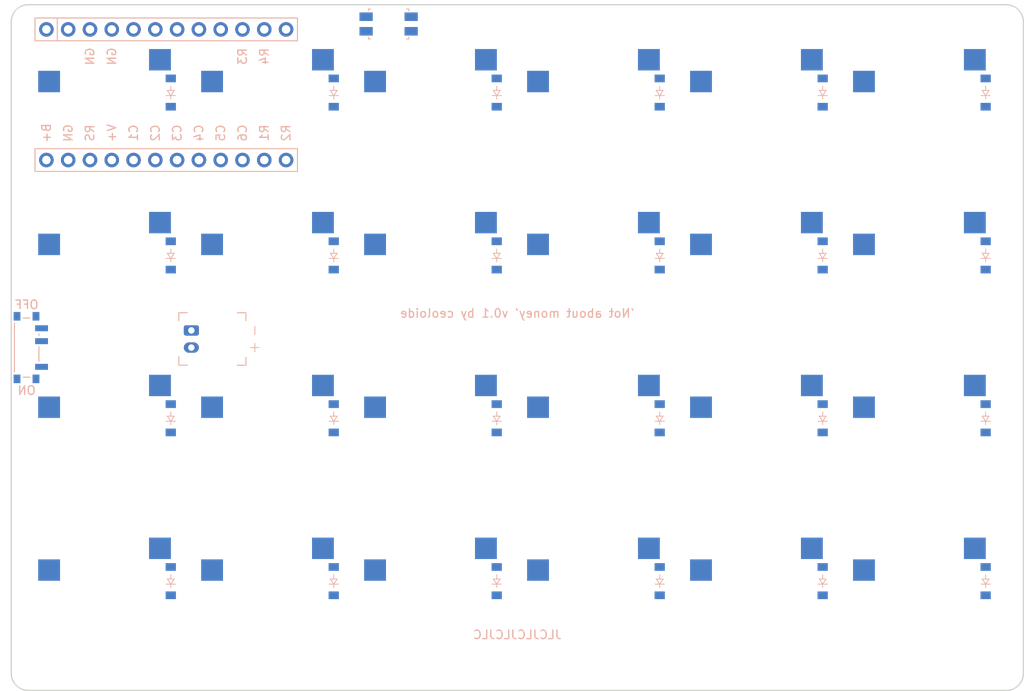
<source format=kicad_pcb>
(kicad_pcb (version 20240108) (generator "ergogen") (generator_version "4.1.0")
  (title_block (title "not_about_money") (date "2024-11-12") (rev "v1.0.0") (company "Unknown"))
  (layers (0 "F.Cu" signal) (31 "B.Cu" signal) (34 "B.Paste" user) (35 "F.Paste" user) (36 "B.SilkS" user "B.Silkscreen") (37 "F.SilkS" user "F.Silkscreen") (38 "B.Mask" user) (39 "F.Mask" user) (44 "Edge.Cuts" user))
  (net 0 "")
  (net 1 "C1")
  (net 2 "c1_r4")
  (net 3 "c1_r3")
  (net 4 "c1_r2")
  (net 5 "c1_r1")
  (net 6 "C2")
  (net 7 "c2_r4")
  (net 8 "c2_r3")
  (net 9 "c2_r2")
  (net 10 "c2_r1")
  (net 11 "C3")
  (net 12 "c3_r4")
  (net 13 "c3_r3")
  (net 14 "c3_r2")
  (net 15 "c3_r1")
  (net 16 "C4")
  (net 17 "c4_r4")
  (net 18 "c4_r3")
  (net 19 "c4_r2")
  (net 20 "c4_r1")
  (net 21 "C5")
  (net 22 "c5_r4")
  (net 23 "c5_r3")
  (net 24 "c5_r2")
  (net 25 "c5_r1")
  (net 26 "C6")
  (net 27 "c6_r4")
  (net 28 "c6_r3")
  (net 29 "c6_r2")
  (net 30 "c6_r1")
  (net 31 "R4")
  (net 32 "R3")
  (net 33 "R2")
  (net 34 "R1")
  (net 35 "RAW")
  (net 36 "GND")
  (net 37 "RST")
  (net 38 "VCC")
  (net 39 "P1")
  (net 40 "P0")
  (net 41 "P2")
  (net 42 "P3")
  (net 43 "P4")
  (net 44 "P5")
  (net 45 "P6")
  (net 46 "P9")
  (net 47 "P101")
  (net 48 "P102")
  (net 49 "P107")
  (net 50 "MCU1_24")
  (net 51 "MCU1_1")
  (net 52 "MCU1_23")
  (net 53 "MCU1_2")
  (net 54 "MCU1_22")
  (net 55 "MCU1_3")
  (net 56 "MCU1_21")
  (net 57 "MCU1_4")
  (net 58 "MCU1_20")
  (net 59 "MCU1_5")
  (net 60 "MCU1_19")
  (net 61 "MCU1_6")
  (net 62 "MCU1_18")
  (net 63 "MCU1_7")
  (net 64 "MCU1_17")
  (net 65 "MCU1_8")
  (net 66 "MCU1_16")
  (net 67 "MCU1_9")
  (net 68 "MCU1_15")
  (net 69 "MCU1_10")
  (net 70 "MCU1_14")
  (net 71 "MCU1_11")
  (net 72 "MCU1_13")
  (net 73 "MCU1_12")
  (net 74 "BAT_P")
  (net 75 "JST1_1")
  (net 76 "JST1_2")
  (footprint "ceoloide:mounting_hole_npth" (layer "F.Cu") (at 128.5 52.5 0)
    (property "Reference" "MH1" hide)
    (pad "" np_thru_hole circle (at 0 0 0) (size 2.2 2.2) (drill 2.2) (layers "*.Cu" "*.Mask"))
  )
  (footprint "ceoloide:mounting_hole_npth" (layer "F.Cu") (at 185.5 52.5 0)
    (property "Reference" "MH2" hide)
    (pad "" np_thru_hole circle (at 0 0 0) (size 2.2 2.2) (drill 2.2) (layers "*.Cu" "*.Mask"))
  )
  (footprint "ceoloide:mounting_hole_npth" (layer "F.Cu") (at 185.5 90.5 0)
    (property "Reference" "MH3" hide)
    (pad "" np_thru_hole circle (at 0 0 0) (size 2.2 2.2) (drill 2.2) (layers "*.Cu" "*.Mask"))
  )
  (footprint "ceoloide:mounting_hole_npth" (layer "F.Cu") (at 109.5 90.5 0)
    (property "Reference" "MH4" hide)
    (pad "" np_thru_hole circle (at 0 0 0) (size 2.2 2.2) (drill 2.2) (layers "*.Cu" "*.Mask"))
  )
  (footprint "ceoloide:mounting_hole_npth" (layer "F.Cu") (at 147.5 71.5 0)
    (property "Reference" "MH5" hide)
    (pad "" np_thru_hole circle (at 0 0 0) (size 2.2 2.2) (drill 2.2) (layers "*.Cu" "*.Mask"))
  )
  (footprint "ceoloide:switch_mx" (layer "B.Cu") (at 100 100 0)
    (property "Reference" "S1" hide)
    (pad "" np_thru_hole circle (at 0 0 90) (size 4.1 4.1) (drill 4.1) (layers "*.Cu" "*.Mask"))
    (pad "" np_thru_hole circle (at 5.08 0 180) (size 1.9 1.9) (drill 1.9) (layers "*.Cu" "*.Mask"))
    (pad "" np_thru_hole circle (at -5.08 0 180) (size 1.9 1.9) (drill 1.9) (layers "*.Cu" "*.Mask"))
    (pad "" np_thru_hole circle (at 2.54 -5.08 180) (size 3 3) (drill 3) (layers "F&B.Cu" "*.Mask"))
    (pad "" np_thru_hole circle (at -3.81 -2.54 180) (size 3 3) (drill 3) (layers "F&B.Cu" "*.Mask"))
    (pad "1" smd rect (at -7.085 -2.54 0) (size 2.55 2.5) (layers "B.Cu" "B.Paste" "B.Mask") (net 1 "C1"))
    (pad "2" smd rect (at 5.842 -5.08 0) (size 2.55 2.5) (layers "B.Cu" "B.Paste" "B.Mask") (net 2 "c1_r4"))
  )
  (footprint "ceoloide:switch_mx" (layer "B.Cu") (at 100 81 0)
    (property "Reference" "S2" hide)
    (pad "" np_thru_hole circle (at 0 0 90) (size 4.1 4.1) (drill 4.1) (layers "*.Cu" "*.Mask"))
    (pad "" np_thru_hole circle (at 5.08 0 180) (size 1.9 1.9) (drill 1.9) (layers "*.Cu" "*.Mask"))
    (pad "" np_thru_hole circle (at -5.08 0 180) (size 1.9 1.9) (drill 1.9) (layers "*.Cu" "*.Mask"))
    (pad "" np_thru_hole circle (at 2.54 -5.08 180) (size 3 3) (drill 3) (layers "F&B.Cu" "*.Mask"))
    (pad "" np_thru_hole circle (at -3.81 -2.54 180) (size 3 3) (drill 3) (layers "F&B.Cu" "*.Mask"))
    (pad "1" smd rect (at -7.085 -2.54 0) (size 2.55 2.5) (layers "B.Cu" "B.Paste" "B.Mask") (net 1 "C1"))
    (pad "2" smd rect (at 5.842 -5.08 0) (size 2.55 2.5) (layers "B.Cu" "B.Paste" "B.Mask") (net 3 "c1_r3"))
  )
  (footprint "ceoloide:switch_mx" (layer "B.Cu") (at 100 62 0)
    (property "Reference" "S3" hide)
    (pad "" np_thru_hole circle (at 0 0 90) (size 4.1 4.1) (drill 4.1) (layers "*.Cu" "*.Mask"))
    (pad "" np_thru_hole circle (at 5.08 0 180) (size 1.9 1.9) (drill 1.9) (layers "*.Cu" "*.Mask"))
    (pad "" np_thru_hole circle (at -5.08 0 180) (size 1.9 1.9) (drill 1.9) (layers "*.Cu" "*.Mask"))
    (pad "" np_thru_hole circle (at 2.54 -5.08 180) (size 3 3) (drill 3) (layers "F&B.Cu" "*.Mask"))
    (pad "" np_thru_hole circle (at -3.81 -2.54 180) (size 3 3) (drill 3) (layers "F&B.Cu" "*.Mask"))
    (pad "1" smd rect (at -7.085 -2.54 0) (size 2.55 2.5) (layers "B.Cu" "B.Paste" "B.Mask") (net 1 "C1"))
    (pad "2" smd rect (at 5.842 -5.08 0) (size 2.55 2.5) (layers "B.Cu" "B.Paste" "B.Mask") (net 4 "c1_r2"))
  )
  (footprint "ceoloide:switch_mx" (layer "B.Cu") (at 100 43 0)
    (property "Reference" "S4" hide)
    (pad "" np_thru_hole circle (at 0 0 90) (size 4.1 4.1) (drill 4.1) (layers "*.Cu" "*.Mask"))
    (pad "" np_thru_hole circle (at 5.08 0 180) (size 1.9 1.9) (drill 1.9) (layers "*.Cu" "*.Mask"))
    (pad "" np_thru_hole circle (at -5.08 0 180) (size 1.9 1.9) (drill 1.9) (layers "*.Cu" "*.Mask"))
    (pad "" np_thru_hole circle (at 2.54 -5.08 180) (size 3 3) (drill 3) (layers "F&B.Cu" "*.Mask"))
    (pad "" np_thru_hole circle (at -3.81 -2.54 180) (size 3 3) (drill 3) (layers "F&B.Cu" "*.Mask"))
    (pad "1" smd rect (at -7.085 -2.54 0) (size 2.55 2.5) (layers "B.Cu" "B.Paste" "B.Mask") (net 1 "C1"))
    (pad "2" smd rect (at 5.842 -5.08 0) (size 2.55 2.5) (layers "B.Cu" "B.Paste" "B.Mask") (net 5 "c1_r1"))
  )
  (footprint "ceoloide:switch_mx" (layer "B.Cu") (at 119 100 0)
    (property "Reference" "S5" hide)
    (pad "" np_thru_hole circle (at 0 0 90) (size 4.1 4.1) (drill 4.1) (layers "*.Cu" "*.Mask"))
    (pad "" np_thru_hole circle (at 5.08 0 180) (size 1.9 1.9) (drill 1.9) (layers "*.Cu" "*.Mask"))
    (pad "" np_thru_hole circle (at -5.08 0 180) (size 1.9 1.9) (drill 1.9) (layers "*.Cu" "*.Mask"))
    (pad "" np_thru_hole circle (at 2.54 -5.08 180) (size 3 3) (drill 3) (layers "F&B.Cu" "*.Mask"))
    (pad "" np_thru_hole circle (at -3.81 -2.54 180) (size 3 3) (drill 3) (layers "F&B.Cu" "*.Mask"))
    (pad "1" smd rect (at -7.085 -2.54 0) (size 2.55 2.5) (layers "B.Cu" "B.Paste" "B.Mask") (net 6 "C2"))
    (pad "2" smd rect (at 5.842 -5.08 0) (size 2.55 2.5) (layers "B.Cu" "B.Paste" "B.Mask") (net 7 "c2_r4"))
  )
  (footprint "ceoloide:switch_mx" (layer "B.Cu") (at 119 81 0)
    (property "Reference" "S6" hide)
    (pad "" np_thru_hole circle (at 0 0 90) (size 4.1 4.1) (drill 4.1) (layers "*.Cu" "*.Mask"))
    (pad "" np_thru_hole circle (at 5.08 0 180) (size 1.9 1.9) (drill 1.9) (layers "*.Cu" "*.Mask"))
    (pad "" np_thru_hole circle (at -5.08 0 180) (size 1.9 1.9) (drill 1.9) (layers "*.Cu" "*.Mask"))
    (pad "" np_thru_hole circle (at 2.54 -5.08 180) (size 3 3) (drill 3) (layers "F&B.Cu" "*.Mask"))
    (pad "" np_thru_hole circle (at -3.81 -2.54 180) (size 3 3) (drill 3) (layers "F&B.Cu" "*.Mask"))
    (pad "1" smd rect (at -7.085 -2.54 0) (size 2.55 2.5) (layers "B.Cu" "B.Paste" "B.Mask") (net 6 "C2"))
    (pad "2" smd rect (at 5.842 -5.08 0) (size 2.55 2.5) (layers "B.Cu" "B.Paste" "B.Mask") (net 8 "c2_r3"))
  )
  (footprint "ceoloide:switch_mx" (layer "B.Cu") (at 119 62 0)
    (property "Reference" "S7" hide)
    (pad "" np_thru_hole circle (at 0 0 90) (size 4.1 4.1) (drill 4.1) (layers "*.Cu" "*.Mask"))
    (pad "" np_thru_hole circle (at 5.08 0 180) (size 1.9 1.9) (drill 1.9) (layers "*.Cu" "*.Mask"))
    (pad "" np_thru_hole circle (at -5.08 0 180) (size 1.9 1.9) (drill 1.9) (layers "*.Cu" "*.Mask"))
    (pad "" np_thru_hole circle (at 2.54 -5.08 180) (size 3 3) (drill 3) (layers "F&B.Cu" "*.Mask"))
    (pad "" np_thru_hole circle (at -3.81 -2.54 180) (size 3 3) (drill 3) (layers "F&B.Cu" "*.Mask"))
    (pad "1" smd rect (at -7.085 -2.54 0) (size 2.55 2.5) (layers "B.Cu" "B.Paste" "B.Mask") (net 6 "C2"))
    (pad "2" smd rect (at 5.842 -5.08 0) (size 2.55 2.5) (layers "B.Cu" "B.Paste" "B.Mask") (net 9 "c2_r2"))
  )
  (footprint "ceoloide:switch_mx" (layer "B.Cu") (at 119 43 0)
    (property "Reference" "S8" hide)
    (pad "" np_thru_hole circle (at 0 0 90) (size 4.1 4.1) (drill 4.1) (layers "*.Cu" "*.Mask"))
    (pad "" np_thru_hole circle (at 5.08 0 180) (size 1.9 1.9) (drill 1.9) (layers "*.Cu" "*.Mask"))
    (pad "" np_thru_hole circle (at -5.08 0 180) (size 1.9 1.9) (drill 1.9) (layers "*.Cu" "*.Mask"))
    (pad "" np_thru_hole circle (at 2.54 -5.08 180) (size 3 3) (drill 3) (layers "F&B.Cu" "*.Mask"))
    (pad "" np_thru_hole circle (at -3.81 -2.54 180) (size 3 3) (drill 3) (layers "F&B.Cu" "*.Mask"))
    (pad "1" smd rect (at -7.085 -2.54 0) (size 2.55 2.5) (layers "B.Cu" "B.Paste" "B.Mask") (net 6 "C2"))
    (pad "2" smd rect (at 5.842 -5.08 0) (size 2.55 2.5) (layers "B.Cu" "B.Paste" "B.Mask") (net 10 "c2_r1"))
  )
  (footprint "ceoloide:switch_mx" (layer "B.Cu") (at 138 100 0)
    (property "Reference" "S9" hide)
    (pad "" np_thru_hole circle (at 0 0 90) (size 4.1 4.1) (drill 4.1) (layers "*.Cu" "*.Mask"))
    (pad "" np_thru_hole circle (at 5.08 0 180) (size 1.9 1.9) (drill 1.9) (layers "*.Cu" "*.Mask"))
    (pad "" np_thru_hole circle (at -5.08 0 180) (size 1.9 1.9) (drill 1.9) (layers "*.Cu" "*.Mask"))
    (pad "" np_thru_hole circle (at 2.54 -5.08 180) (size 3 3) (drill 3) (layers "F&B.Cu" "*.Mask"))
    (pad "" np_thru_hole circle (at -3.81 -2.54 180) (size 3 3) (drill 3) (layers "F&B.Cu" "*.Mask"))
    (pad "1" smd rect (at -7.085 -2.54 0) (size 2.55 2.5) (layers "B.Cu" "B.Paste" "B.Mask") (net 11 "C3"))
    (pad "2" smd rect (at 5.842 -5.08 0) (size 2.55 2.5) (layers "B.Cu" "B.Paste" "B.Mask") (net 12 "c3_r4"))
  )
  (footprint "ceoloide:switch_mx" (layer "B.Cu") (at 138 81 0)
    (property "Reference" "S10" hide)
    (pad "" np_thru_hole circle (at 0 0 90) (size 4.1 4.1) (drill 4.1) (layers "*.Cu" "*.Mask"))
    (pad "" np_thru_hole circle (at 5.08 0 180) (size 1.9 1.9) (drill 1.9) (layers "*.Cu" "*.Mask"))
    (pad "" np_thru_hole circle (at -5.08 0 180) (size 1.9 1.9) (drill 1.9) (layers "*.Cu" "*.Mask"))
    (pad "" np_thru_hole circle (at 2.54 -5.08 180) (size 3 3) (drill 3) (layers "F&B.Cu" "*.Mask"))
    (pad "" np_thru_hole circle (at -3.81 -2.54 180) (size 3 3) (drill 3) (layers "F&B.Cu" "*.Mask"))
    (pad "1" smd rect (at -7.085 -2.54 0) (size 2.55 2.5) (layers "B.Cu" "B.Paste" "B.Mask") (net 11 "C3"))
    (pad "2" smd rect (at 5.842 -5.08 0) (size 2.55 2.5) (layers "B.Cu" "B.Paste" "B.Mask") (net 13 "c3_r3"))
  )
  (footprint "ceoloide:switch_mx" (layer "B.Cu") (at 138 62 0)
    (property "Reference" "S11" hide)
    (pad "" np_thru_hole circle (at 0 0 90) (size 4.1 4.1) (drill 4.1) (layers "*.Cu" "*.Mask"))
    (pad "" np_thru_hole circle (at 5.08 0 180) (size 1.9 1.9) (drill 1.9) (layers "*.Cu" "*.Mask"))
    (pad "" np_thru_hole circle (at -5.08 0 180) (size 1.9 1.9) (drill 1.9) (layers "*.Cu" "*.Mask"))
    (pad "" np_thru_hole circle (at 2.54 -5.08 180) (size 3 3) (drill 3) (layers "F&B.Cu" "*.Mask"))
    (pad "" np_thru_hole circle (at -3.81 -2.54 180) (size 3 3) (drill 3) (layers "F&B.Cu" "*.Mask"))
    (pad "1" smd rect (at -7.085 -2.54 0) (size 2.55 2.5) (layers "B.Cu" "B.Paste" "B.Mask") (net 11 "C3"))
    (pad "2" smd rect (at 5.842 -5.08 0) (size 2.55 2.5) (layers "B.Cu" "B.Paste" "B.Mask") (net 14 "c3_r2"))
  )
  (footprint "ceoloide:switch_mx" (layer "B.Cu") (at 138 43 0)
    (property "Reference" "S12" hide)
    (pad "" np_thru_hole circle (at 0 0 90) (size 4.1 4.1) (drill 4.1) (layers "*.Cu" "*.Mask"))
    (pad "" np_thru_hole circle (at 5.08 0 180) (size 1.9 1.9) (drill 1.9) (layers "*.Cu" "*.Mask"))
    (pad "" np_thru_hole circle (at -5.08 0 180) (size 1.9 1.9) (drill 1.9) (layers "*.Cu" "*.Mask"))
    (pad "" np_thru_hole circle (at 2.54 -5.08 180) (size 3 3) (drill 3) (layers "F&B.Cu" "*.Mask"))
    (pad "" np_thru_hole circle (at -3.81 -2.54 180) (size 3 3) (drill 3) (layers "F&B.Cu" "*.Mask"))
    (pad "1" smd rect (at -7.085 -2.54 0) (size 2.55 2.5) (layers "B.Cu" "B.Paste" "B.Mask") (net 11 "C3"))
    (pad "2" smd rect (at 5.842 -5.08 0) (size 2.55 2.5) (layers "B.Cu" "B.Paste" "B.Mask") (net 15 "c3_r1"))
  )
  (footprint "ceoloide:switch_mx" (layer "B.Cu") (at 157 100 0)
    (property "Reference" "S13" hide)
    (pad "" np_thru_hole circle (at 0 0 90) (size 4.1 4.1) (drill 4.1) (layers "*.Cu" "*.Mask"))
    (pad "" np_thru_hole circle (at 5.08 0 180) (size 1.9 1.9) (drill 1.9) (layers "*.Cu" "*.Mask"))
    (pad "" np_thru_hole circle (at -5.08 0 180) (size 1.9 1.9) (drill 1.9) (layers "*.Cu" "*.Mask"))
    (pad "" np_thru_hole circle (at 2.54 -5.08 180) (size 3 3) (drill 3) (layers "F&B.Cu" "*.Mask"))
    (pad "" np_thru_hole circle (at -3.81 -2.54 180) (size 3 3) (drill 3) (layers "F&B.Cu" "*.Mask"))
    (pad "1" smd rect (at -7.085 -2.54 0) (size 2.55 2.5) (layers "B.Cu" "B.Paste" "B.Mask") (net 16 "C4"))
    (pad "2" smd rect (at 5.842 -5.08 0) (size 2.55 2.5) (layers "B.Cu" "B.Paste" "B.Mask") (net 17 "c4_r4"))
  )
  (footprint "ceoloide:switch_mx" (layer "B.Cu") (at 157 81 0)
    (property "Reference" "S14" hide)
    (pad "" np_thru_hole circle (at 0 0 90) (size 4.1 4.1) (drill 4.1) (layers "*.Cu" "*.Mask"))
    (pad "" np_thru_hole circle (at 5.08 0 180) (size 1.9 1.9) (drill 1.9) (layers "*.Cu" "*.Mask"))
    (pad "" np_thru_hole circle (at -5.08 0 180) (size 1.9 1.9) (drill 1.9) (layers "*.Cu" "*.Mask"))
    (pad "" np_thru_hole circle (at 2.54 -5.08 180) (size 3 3) (drill 3) (layers "F&B.Cu" "*.Mask"))
    (pad "" np_thru_hole circle (at -3.81 -2.54 180) (size 3 3) (drill 3) (layers "F&B.Cu" "*.Mask"))
    (pad "1" smd rect (at -7.085 -2.54 0) (size 2.55 2.5) (layers "B.Cu" "B.Paste" "B.Mask") (net 16 "C4"))
    (pad "2" smd rect (at 5.842 -5.08 0) (size 2.55 2.5) (layers "B.Cu" "B.Paste" "B.Mask") (net 18 "c4_r3"))
  )
  (footprint "ceoloide:switch_mx" (layer "B.Cu") (at 157 62 0)
    (property "Reference" "S15" hide)
    (pad "" np_thru_hole circle (at 0 0 90) (size 4.1 4.1) (drill 4.1) (layers "*.Cu" "*.Mask"))
    (pad "" np_thru_hole circle (at 5.08 0 180) (size 1.9 1.9) (drill 1.9) (layers "*.Cu" "*.Mask"))
    (pad "" np_thru_hole circle (at -5.08 0 180) (size 1.9 1.9) (drill 1.9) (layers "*.Cu" "*.Mask"))
    (pad "" np_thru_hole circle (at 2.54 -5.08 180) (size 3 3) (drill 3) (layers "F&B.Cu" "*.Mask"))
    (pad "" np_thru_hole circle (at -3.81 -2.54 180) (size 3 3) (drill 3) (layers "F&B.Cu" "*.Mask"))
    (pad "1" smd rect (at -7.085 -2.54 0) (size 2.55 2.5) (layers "B.Cu" "B.Paste" "B.Mask") (net 16 "C4"))
    (pad "2" smd rect (at 5.842 -5.08 0) (size 2.55 2.5) (layers "B.Cu" "B.Paste" "B.Mask") (net 19 "c4_r2"))
  )
  (footprint "ceoloide:switch_mx" (layer "B.Cu") (at 157 43 0)
    (property "Reference" "S16" hide)
    (pad "" np_thru_hole circle (at 0 0 90) (size 4.1 4.1) (drill 4.1) (layers "*.Cu" "*.Mask"))
    (pad "" np_thru_hole circle (at 5.08 0 180) (size 1.9 1.9) (drill 1.9) (layers "*.Cu" "*.Mask"))
    (pad "" np_thru_hole circle (at -5.08 0 180) (size 1.9 1.9) (drill 1.9) (layers "*.Cu" "*.Mask"))
    (pad "" np_thru_hole circle (at 2.54 -5.08 180) (size 3 3) (drill 3) (layers "F&B.Cu" "*.Mask"))
    (pad "" np_thru_hole circle (at -3.81 -2.54 180) (size 3 3) (drill 3) (layers "F&B.Cu" "*.Mask"))
    (pad "1" smd rect (at -7.085 -2.54 0) (size 2.55 2.5) (layers "B.Cu" "B.Paste" "B.Mask") (net 16 "C4"))
    (pad "2" smd rect (at 5.842 -5.08 0) (size 2.55 2.5) (layers "B.Cu" "B.Paste" "B.Mask") (net 20 "c4_r1"))
  )
  (footprint "ceoloide:switch_mx" (layer "B.Cu") (at 176 100 0)
    (property "Reference" "S17" hide)
    (pad "" np_thru_hole circle (at 0 0 90) (size 4.1 4.1) (drill 4.1) (layers "*.Cu" "*.Mask"))
    (pad "" np_thru_hole circle (at 5.08 0 180) (size 1.9 1.9) (drill 1.9) (layers "*.Cu" "*.Mask"))
    (pad "" np_thru_hole circle (at -5.08 0 180) (size 1.9 1.9) (drill 1.9) (layers "*.Cu" "*.Mask"))
    (pad "" np_thru_hole circle (at 2.54 -5.08 180) (size 3 3) (drill 3) (layers "F&B.Cu" "*.Mask"))
    (pad "" np_thru_hole circle (at -3.81 -2.54 180) (size 3 3) (drill 3) (layers "F&B.Cu" "*.Mask"))
    (pad "1" smd rect (at -7.085 -2.54 0) (size 2.55 2.5) (layers "B.Cu" "B.Paste" "B.Mask") (net 21 "C5"))
    (pad "2" smd rect (at 5.842 -5.08 0) (size 2.55 2.5) (layers "B.Cu" "B.Paste" "B.Mask") (net 22 "c5_r4"))
  )
  (footprint "ceoloide:switch_mx" (layer "B.Cu") (at 176 81 0)
    (property "Reference" "S18" hide)
    (pad "" np_thru_hole circle (at 0 0 90) (size 4.1 4.1) (drill 4.1) (layers "*.Cu" "*.Mask"))
    (pad "" np_thru_hole circle (at 5.08 0 180) (size 1.9 1.9) (drill 1.9) (layers "*.Cu" "*.Mask"))
    (pad "" np_thru_hole circle (at -5.08 0 180) (size 1.9 1.9) (drill 1.9) (layers "*.Cu" "*.Mask"))
    (pad "" np_thru_hole circle (at 2.54 -5.08 180) (size 3 3) (drill 3) (layers "F&B.Cu" "*.Mask"))
    (pad "" np_thru_hole circle (at -3.81 -2.54 180) (size 3 3) (drill 3) (layers "F&B.Cu" "*.Mask"))
    (pad "1" smd rect (at -7.085 -2.54 0) (size 2.55 2.5) (layers "B.Cu" "B.Paste" "B.Mask") (net 21 "C5"))
    (pad "2" smd rect (at 5.842 -5.08 0) (size 2.55 2.5) (layers "B.Cu" "B.Paste" "B.Mask") (net 23 "c5_r3"))
  )
  (footprint "ceoloide:switch_mx" (layer "B.Cu") (at 176 62 0)
    (property "Reference" "S19" hide)
    (pad "" np_thru_hole circle (at 0 0 90) (size 4.1 4.1) (drill 4.1) (layers "*.Cu" "*.Mask"))
    (pad "" np_thru_hole circle (at 5.08 0 180) (size 1.9 1.9) (drill 1.9) (layers "*.Cu" "*.Mask"))
    (pad "" np_thru_hole circle (at -5.08 0 180) (size 1.9 1.9) (drill 1.9) (layers "*.Cu" "*.Mask"))
    (pad "" np_thru_hole circle (at 2.54 -5.08 180) (size 3 3) (drill 3) (layers "F&B.Cu" "*.Mask"))
    (pad "" np_thru_hole circle (at -3.81 -2.54 180) (size 3 3) (drill 3) (layers "F&B.Cu" "*.Mask"))
    (pad "1" smd rect (at -7.085 -2.54 0) (size 2.55 2.5) (layers "B.Cu" "B.Paste" "B.Mask") (net 21 "C5"))
    (pad "2" smd rect (at 5.842 -5.08 0) (size 2.55 2.5) (layers "B.Cu" "B.Paste" "B.Mask") (net 24 "c5_r2"))
  )
  (footprint "ceoloide:switch_mx" (layer "B.Cu") (at 176 43 0)
    (property "Reference" "S20" hide)
    (pad "" np_thru_hole circle (at 0 0 90) (size 4.1 4.1) (drill 4.1) (layers "*.Cu" "*.Mask"))
    (pad "" np_thru_hole circle (at 5.08 0 180) (size 1.9 1.9) (drill 1.9) (layers "*.Cu" "*.Mask"))
    (pad "" np_thru_hole circle (at -5.08 0 180) (size 1.9 1.9) (drill 1.9) (layers "*.Cu" "*.Mask"))
    (pad "" np_thru_hole circle (at 2.54 -5.08 180) (size 3 3) (drill 3) (layers "F&B.Cu" "*.Mask"))
    (pad "" np_thru_hole circle (at -3.81 -2.54 180) (size 3 3) (drill 3) (layers "F&B.Cu" "*.Mask"))
    (pad "1" smd rect (at -7.085 -2.54 0) (size 2.55 2.5) (layers "B.Cu" "B.Paste" "B.Mask") (net 21 "C5"))
    (pad "2" smd rect (at 5.842 -5.08 0) (size 2.55 2.5) (layers "B.Cu" "B.Paste" "B.Mask") (net 25 "c5_r1"))
  )
  (footprint "ceoloide:switch_mx" (layer "B.Cu") (at 195 100 0)
    (property "Reference" "S21" hide)
    (pad "" np_thru_hole circle (at 0 0 90) (size 4.1 4.1) (drill 4.1) (layers "*.Cu" "*.Mask"))
    (pad "" np_thru_hole circle (at 5.08 0 180) (size 1.9 1.9) (drill 1.9) (layers "*.Cu" "*.Mask"))
    (pad "" np_thru_hole circle (at -5.08 0 180) (size 1.9 1.9) (drill 1.9) (layers "*.Cu" "*.Mask"))
    (pad "" np_thru_hole circle (at 2.54 -5.08 180) (size 3 3) (drill 3) (layers "F&B.Cu" "*.Mask"))
    (pad "" np_thru_hole circle (at -3.81 -2.54 180) (size 3 3) (drill 3) (layers "F&B.Cu" "*.Mask"))
    (pad "1" smd rect (at -7.085 -2.54 0) (size 2.55 2.5) (layers "B.Cu" "B.Paste" "B.Mask") (net 26 "C6"))
    (pad "2" smd rect (at 5.842 -5.08 0) (size 2.55 2.5) (layers "B.Cu" "B.Paste" "B.Mask") (net 27 "c6_r4"))
  )
  (footprint "ceoloide:switch_mx" (layer "B.Cu") (at 195 81 0)
    (property "Reference" "S22" hide)
    (pad "" np_thru_hole circle (at 0 0 90) (size 4.1 4.1) (drill 4.1) (layers "*.Cu" "*.Mask"))
    (pad "" np_thru_hole circle (at 5.08 0 180) (size 1.9 1.9) (drill 1.9) (layers "*.Cu" "*.Mask"))
    (pad "" np_thru_hole circle (at -5.08 0 180) (size 1.9 1.9) (drill 1.9) (layers "*.Cu" "*.Mask"))
    (pad "" np_thru_hole circle (at 2.54 -5.08 180) (size 3 3) (drill 3) (layers "F&B.Cu" "*.Mask"))
    (pad "" np_thru_hole circle (at -3.81 -2.54 180) (size 3 3) (drill 3) (layers "F&B.Cu" "*.Mask"))
    (pad "1" smd rect (at -7.085 -2.54 0) (size 2.55 2.5) (layers "B.Cu" "B.Paste" "B.Mask") (net 26 "C6"))
    (pad "2" smd rect (at 5.842 -5.08 0) (size 2.55 2.5) (layers "B.Cu" "B.Paste" "B.Mask") (net 28 "c6_r3"))
  )
  (footprint "ceoloide:switch_mx" (layer "B.Cu") (at 195 62 0)
    (property "Reference" "S23" hide)
    (pad "" np_thru_hole circle (at 0 0 90) (size 4.1 4.1) (drill 4.1) (layers "*.Cu" "*.Mask"))
    (pad "" np_thru_hole circle (at 5.08 0 180) (size 1.9 1.9) (drill 1.9) (layers "*.Cu" "*.Mask"))
    (pad "" np_thru_hole circle (at -5.08 0 180) (size 1.9 1.9) (drill 1.9) (layers "*.Cu" "*.Mask"))
    (pad "" np_thru_hole circle (at 2.54 -5.08 180) (size 3 3) (drill 3) (layers "F&B.Cu" "*.Mask"))
    (pad "" np_thru_hole circle (at -3.81 -2.54 180) (size 3 3) (drill 3) (layers "F&B.Cu" "*.Mask"))
    (pad "1" smd rect (at -7.085 -2.54 0) (size 2.55 2.5) (layers "B.Cu" "B.Paste" "B.Mask") (net 26 "C6"))
    (pad "2" smd rect (at 5.842 -5.08 0) (size 2.55 2.5) (layers "B.Cu" "B.Paste" "B.Mask") (net 29 "c6_r2"))
  )
  (footprint "ceoloide:switch_mx" (layer "B.Cu") (at 195 43 0)
    (property "Reference" "S24" hide)
    (pad "" np_thru_hole circle (at 0 0 90) (size 4.1 4.1) (drill 4.1) (layers "*.Cu" "*.Mask"))
    (pad "" np_thru_hole circle (at 5.08 0 180) (size 1.9 1.9) (drill 1.9) (layers "*.Cu" "*.Mask"))
    (pad "" np_thru_hole circle (at -5.08 0 180) (size 1.9 1.9) (drill 1.9) (layers "*.Cu" "*.Mask"))
    (pad "" np_thru_hole circle (at 2.54 -5.08 180) (size 3 3) (drill 3) (layers "F&B.Cu" "*.Mask"))
    (pad "" np_thru_hole circle (at -3.81 -2.54 180) (size 3 3) (drill 3) (layers "F&B.Cu" "*.Mask"))
    (pad "1" smd rect (at -7.085 -2.54 0) (size 2.55 2.5) (layers "B.Cu" "B.Paste" "B.Mask") (net 26 "C6"))
    (pad "2" smd rect (at 5.842 -5.08 0) (size 2.55 2.5) (layers "B.Cu" "B.Paste" "B.Mask") (net 30 "c6_r1"))
  )
  (footprint "ceoloide:diode_tht_sod123" (layer "B.Cu") (at 107.1 98.75 90)
    (property "Reference" "D1" hide)
    (pad "2" smd rect (at 1.65 0 90) (size 0.9 1.2) (layers "B.Cu" "B.Paste" "B.Mask") (net 2 "c1_r4"))
    (pad "1" smd rect (at -1.65 0 90) (size 0.9 1.2) (layers "B.Cu" "B.Paste" "B.Mask") (net 31 "R4"))
  )
  (footprint "ceoloide:diode_tht_sod123" (layer "B.Cu") (at 107.1 79.75 90)
    (property "Reference" "D2" hide)
    (pad "2" smd rect (at 1.65 0 90) (size 0.9 1.2) (layers "B.Cu" "B.Paste" "B.Mask") (net 3 "c1_r3"))
    (pad "1" smd rect (at -1.65 0 90) (size 0.9 1.2) (layers "B.Cu" "B.Paste" "B.Mask") (net 32 "R3"))
  )
  (footprint "ceoloide:diode_tht_sod123" (layer "B.Cu") (at 107.1 60.75 90)
    (property "Reference" "D3" hide)
    (pad "2" smd rect (at 1.65 0 90) (size 0.9 1.2) (layers "B.Cu" "B.Paste" "B.Mask") (net 4 "c1_r2"))
    (pad "1" smd rect (at -1.65 0 90) (size 0.9 1.2) (layers "B.Cu" "B.Paste" "B.Mask") (net 33 "R2"))
  )
  (footprint "ceoloide:diode_tht_sod123" (layer "B.Cu") (at 107.1 41.75 90)
    (property "Reference" "D4" hide)
    (pad "2" smd rect (at 1.65 0 90) (size 0.9 1.2) (layers "B.Cu" "B.Paste" "B.Mask") (net 5 "c1_r1"))
    (pad "1" smd rect (at -1.65 0 90) (size 0.9 1.2) (layers "B.Cu" "B.Paste" "B.Mask") (net 34 "R1"))
  )
  (footprint "ceoloide:diode_tht_sod123" (layer "B.Cu") (at 126.1 98.75 90)
    (property "Reference" "D5" hide)
    (pad "2" smd rect (at 1.65 0 90) (size 0.9 1.2) (layers "B.Cu" "B.Paste" "B.Mask") (net 7 "c2_r4"))
    (pad "1" smd rect (at -1.65 0 90) (size 0.9 1.2) (layers "B.Cu" "B.Paste" "B.Mask") (net 31 "R4"))
  )
  (footprint "ceoloide:diode_tht_sod123" (layer "B.Cu") (at 126.1 79.75 90)
    (property "Reference" "D6" hide)
    (pad "2" smd rect (at 1.65 0 90) (size 0.9 1.2) (layers "B.Cu" "B.Paste" "B.Mask") (net 8 "c2_r3"))
    (pad "1" smd rect (at -1.65 0 90) (size 0.9 1.2) (layers "B.Cu" "B.Paste" "B.Mask") (net 32 "R3"))
  )
  (footprint "ceoloide:diode_tht_sod123" (layer "B.Cu") (at 126.1 60.75 90)
    (property "Reference" "D7" hide)
    (pad "2" smd rect (at 1.65 0 90) (size 0.9 1.2) (layers "B.Cu" "B.Paste" "B.Mask") (net 9 "c2_r2"))
    (pad "1" smd rect (at -1.65 0 90) (size 0.9 1.2) (layers "B.Cu" "B.Paste" "B.Mask") (net 33 "R2"))
  )
  (footprint "ceoloide:diode_tht_sod123" (layer "B.Cu") (at 126.1 41.75 90)
    (property "Reference" "D8" hide)
    (pad "2" smd rect (at 1.65 0 90) (size 0.9 1.2) (layers "B.Cu" "B.Paste" "B.Mask") (net 10 "c2_r1"))
    (pad "1" smd rect (at -1.65 0 90) (size 0.9 1.2) (layers "B.Cu" "B.Paste" "B.Mask") (net 34 "R1"))
  )
  (footprint "ceoloide:diode_tht_sod123" (layer "B.Cu") (at 145.1 98.75 90)
    (property "Reference" "D9" hide)
    (pad "2" smd rect (at 1.65 0 90) (size 0.9 1.2) (layers "B.Cu" "B.Paste" "B.Mask") (net 12 "c3_r4"))
    (pad "1" smd rect (at -1.65 0 90) (size 0.9 1.2) (layers "B.Cu" "B.Paste" "B.Mask") (net 31 "R4"))
  )
  (footprint "ceoloide:diode_tht_sod123" (layer "B.Cu") (at 145.1 79.75 90)
    (property "Reference" "D10" hide)
    (pad "2" smd rect (at 1.65 0 90) (size 0.9 1.2) (layers "B.Cu" "B.Paste" "B.Mask") (net 13 "c3_r3"))
    (pad "1" smd rect (at -1.65 0 90) (size 0.9 1.2) (layers "B.Cu" "B.Paste" "B.Mask") (net 32 "R3"))
  )
  (footprint "ceoloide:diode_tht_sod123" (layer "B.Cu") (at 145.1 60.75 90)
    (property "Reference" "D11" hide)
    (pad "2" smd rect (at 1.65 0 90) (size 0.9 1.2) (layers "B.Cu" "B.Paste" "B.Mask") (net 14 "c3_r2"))
    (pad "1" smd rect (at -1.65 0 90) (size 0.9 1.2) (layers "B.Cu" "B.Paste" "B.Mask") (net 33 "R2"))
  )
  (footprint "ceoloide:diode_tht_sod123" (layer "B.Cu") (at 145.1 41.75 90)
    (property "Reference" "D12" hide)
    (pad "2" smd rect (at 1.65 0 90) (size 0.9 1.2) (layers "B.Cu" "B.Paste" "B.Mask") (net 15 "c3_r1"))
    (pad "1" smd rect (at -1.65 0 90) (size 0.9 1.2) (layers "B.Cu" "B.Paste" "B.Mask") (net 34 "R1"))
  )
  (footprint "ceoloide:diode_tht_sod123" (layer "B.Cu") (at 164.1 98.75 90)
    (property "Reference" "D13" hide)
    (pad "2" smd rect (at 1.65 0 90) (size 0.9 1.2) (layers "B.Cu" "B.Paste" "B.Mask") (net 17 "c4_r4"))
    (pad "1" smd rect (at -1.65 0 90) (size 0.9 1.2) (layers "B.Cu" "B.Paste" "B.Mask") (net 31 "R4"))
  )
  (footprint "ceoloide:diode_tht_sod123" (layer "B.Cu") (at 164.1 79.75 90)
    (property "Reference" "D14" hide)
    (pad "2" smd rect (at 1.65 0 90) (size 0.9 1.2) (layers "B.Cu" "B.Paste" "B.Mask") (net 18 "c4_r3"))
    (pad "1" smd rect (at -1.65 0 90) (size 0.9 1.2) (layers "B.Cu" "B.Paste" "B.Mask") (net 32 "R3"))
  )
  (footprint "ceoloide:diode_tht_sod123" (layer "B.Cu") (at 164.1 60.75 90)
    (property "Reference" "D15" hide)
    (pad "2" smd rect (at 1.65 0 90) (size 0.9 1.2) (layers "B.Cu" "B.Paste" "B.Mask") (net 19 "c4_r2"))
    (pad "1" smd rect (at -1.65 0 90) (size 0.9 1.2) (layers "B.Cu" "B.Paste" "B.Mask") (net 33 "R2"))
  )
  (footprint "ceoloide:diode_tht_sod123" (layer "B.Cu") (at 164.1 41.75 90)
    (property "Reference" "D16" hide)
    (pad "2" smd rect (at 1.65 0 90) (size 0.9 1.2) (layers "B.Cu" "B.Paste" "B.Mask") (net 20 "c4_r1"))
    (pad "1" smd rect (at -1.65 0 90) (size 0.9 1.2) (layers "B.Cu" "B.Paste" "B.Mask") (net 34 "R1"))
  )
  (footprint "ceoloide:diode_tht_sod123" (layer "B.Cu") (at 183.1 98.75 90)
    (property "Reference" "D17" hide)
    (pad "2" smd rect (at 1.65 0 90) (size 0.9 1.2) (layers "B.Cu" "B.Paste" "B.Mask") (net 22 "c5_r4"))
    (pad "1" smd rect (at -1.65 0 90) (size 0.9 1.2) (layers "B.Cu" "B.Paste" "B.Mask") (net 31 "R4"))
  )
  (footprint "ceoloide:diode_tht_sod123" (layer "B.Cu") (at 183.1 79.75 90)
    (property "Reference" "D18" hide)
    (pad "2" smd rect (at 1.65 0 90) (size 0.9 1.2) (layers "B.Cu" "B.Paste" "B.Mask") (net 23 "c5_r3"))
    (pad "1" smd rect (at -1.65 0 90) (size 0.9 1.2) (layers "B.Cu" "B.Paste" "B.Mask") (net 32 "R3"))
  )
  (footprint "ceoloide:diode_tht_sod123" (layer "B.Cu") (at 183.1 60.75 90)
    (property "Reference" "D19" hide)
    (pad "2" smd rect (at 1.65 0 90) (size 0.9 1.2) (layers "B.Cu" "B.Paste" "B.Mask") (net 24 "c5_r2"))
    (pad "1" smd rect (at -1.65 0 90) (size 0.9 1.2) (layers "B.Cu" "B.Paste" "B.Mask") (net 33 "R2"))
  )
  (footprint "ceoloide:diode_tht_sod123" (layer "B.Cu") (at 183.1 41.75 90)
    (property "Reference" "D20" hide)
    (pad "2" smd rect (at 1.65 0 90) (size 0.9 1.2) (layers "B.Cu" "B.Paste" "B.Mask") (net 25 "c5_r1"))
    (pad "1" smd rect (at -1.65 0 90) (size 0.9 1.2) (layers "B.Cu" "B.Paste" "B.Mask") (net 34 "R1"))
  )
  (footprint "ceoloide:diode_tht_sod123" (layer "B.Cu") (at 202.1 98.75 90)
    (property "Reference" "D21" hide)
    (pad "2" smd rect (at 1.65 0 90) (size 0.9 1.2) (layers "B.Cu" "B.Paste" "B.Mask") (net 27 "c6_r4"))
    (pad "1" smd rect (at -1.65 0 90) (size 0.9 1.2) (layers "B.Cu" "B.Paste" "B.Mask") (net 31 "R4"))
  )
  (footprint "ceoloide:diode_tht_sod123" (layer "B.Cu") (at 202.1 79.75 90)
    (property "Reference" "D22" hide)
    (pad "2" smd rect (at 1.65 0 90) (size 0.9 1.2) (layers "B.Cu" "B.Paste" "B.Mask") (net 28 "c6_r3"))
    (pad "1" smd rect (at -1.65 0 90) (size 0.9 1.2) (layers "B.Cu" "B.Paste" "B.Mask") (net 32 "R3"))
  )
  (footprint "ceoloide:diode_tht_sod123" (layer "B.Cu") (at 202.1 60.75 90)
    (property "Reference" "D23" hide)
    (pad "2" smd rect (at 1.65 0 90) (size 0.9 1.2) (layers "B.Cu" "B.Paste" "B.Mask") (net 29 "c6_r2"))
    (pad "1" smd rect (at -1.65 0 90) (size 0.9 1.2) (layers "B.Cu" "B.Paste" "B.Mask") (net 33 "R2"))
  )
  (footprint "ceoloide:diode_tht_sod123" (layer "B.Cu") (at 202.1 41.75 90)
    (property "Reference" "D24" hide)
    (pad "2" smd rect (at 1.65 0 90) (size 0.9 1.2) (layers "B.Cu" "B.Paste" "B.Mask") (net 30 "c6_r1"))
    (pad "1" smd rect (at -1.65 0 90) (size 0.9 1.2) (layers "B.Cu" "B.Paste" "B.Mask") (net 34 "R1"))
  )
  (footprint "ceoloide:mcu_nice_nano" (layer "B.Cu") (at 105.3 42 90)
    (property "Reference" "MCU1" hide)
    (pad "24" thru_hole circle (at -7.62 -12.7 90) (size 1.7 1.7) (drill 1) (layers "*.Cu" "*.Mask") (net 35 "RAW"))
    (pad "1" thru_hole circle (at 7.62 -12.7 90) (size 1.7 1.7) (drill 1) (layers "*.Cu" "*.Mask") (net 39 "P1"))
    (fp_text user " " (at 4.47 -12.7 90) (layer "B.SilkS") (effects (justify mirror)))
    (fp_text user "B+" (at -4.47 -12.7 90) (layer "B.SilkS") (effects (justify mirror)))
    (pad "23" thru_hole circle (at -7.62 -10.16 90) (size 1.7 1.7) (drill 1) (layers "*.Cu" "*.Mask") (net 36 "GND"))
    (pad "2" thru_hole circle (at 7.62 -10.16 90) (size 1.7 1.7) (drill 1) (layers "*.Cu" "*.Mask") (net 40 "P0"))
    (fp_text user " " (at 4.47 -10.16 90) (layer "B.SilkS") (effects (justify mirror)))
    (fp_text user "GN" (at -4.47 -10.16 90) (layer "B.SilkS") (effects (justify mirror)))
    (pad "22" thru_hole circle (at -7.62 -7.619999999999999 90) (size 1.7 1.7) (drill 1) (layers "*.Cu" "*.Mask") (net 37 "RST"))
    (pad "3" thru_hole circle (at 7.62 -7.619999999999999 90) (size 1.7 1.7) (drill 1) (layers "*.Cu" "*.Mask") (net 36 "GND"))
    (fp_text user "GN" (at 4.47 -7.619999999999999 90) (layer "B.SilkS") (effects (justify mirror)))
    (fp_text user "RS" (at -4.47 -7.619999999999999 90) (layer "B.SilkS") (effects (justify mirror)))
    (pad "21" thru_hole circle (at -7.62 -5.079999999999999 90) (size 1.7 1.7) (drill 1) (layers "*.Cu" "*.Mask") (net 38 "VCC"))
    (pad "4" thru_hole circle (at 7.62 -5.079999999999999 90) (size 1.7 1.7) (drill 1) (layers "*.Cu" "*.Mask") (net 36 "GND"))
    (fp_text user "GN" (at 4.47 -5.079999999999999 90) (layer "B.SilkS") (effects (justify mirror)))
    (fp_text user "V+" (at -4.47 -5.079999999999999 90) (layer "B.SilkS") (effects (justify mirror)))
    (pad "20" thru_hole circle (at -7.62 -2.539999999999999 90) (size 1.7 1.7) (drill 1) (layers "*.Cu" "*.Mask") (net 1 "C1"))
    (pad "5" thru_hole circle (at 7.62 -2.539999999999999 90) (size 1.7 1.7) (drill 1) (layers "*.Cu" "*.Mask") (net 41 "P2"))
    (fp_text user " " (at 4.47 -2.539999999999999 90) (layer "B.SilkS") (effects (justify mirror)))
    (fp_text user "C1" (at -4.47 -2.539999999999999 90) (layer "B.SilkS") (effects (justify mirror)))
    (pad "19" thru_hole circle (at -7.62 0 90) (size 1.7 1.7) (drill 1) (layers "*.Cu" "*.Mask") (net 6 "C2"))
    (pad "6" thru_hole circle (at 7.62 0 90) (size 1.7 1.7) (drill 1) (layers "*.Cu" "*.Mask") (net 42 "P3"))
    (fp_text user " " (at 4.47 0 90) (layer "B.SilkS") (effects (justify mirror)))
    (fp_text user "C2" (at -4.47 0 90) (layer "B.SilkS") (effects (justify mirror)))
    (pad "18" thru_hole circle (at -7.62 2.540000000000001 90) (size 1.7 1.7) (drill 1) (layers "*.Cu" "*.Mask") (net 11 "C3"))
    (pad "7" thru_hole circle (at 7.62 2.540000000000001 90) (size 1.7 1.7) (drill 1) (layers "*.Cu" "*.Mask") (net 43 "P4"))
    (fp_text user " " (at 4.47 2.540000000000001 90) (layer "B.SilkS") (effects (justify mirror)))
    (fp_text user "C3" (at -4.47 2.540000000000001 90) (layer "B.SilkS") (effects (justify mirror)))
    (pad "17" thru_hole circle (at -7.62 5.080000000000002 90) (size 1.7 1.7) (drill 1) (layers "*.Cu" "*.Mask") (net 16 "C4"))
    (pad "8" thru_hole circle (at 7.62 5.080000000000002 90) (size 1.7 1.7) (drill 1) (layers "*.Cu" "*.Mask") (net 44 "P5"))
    (fp_text user " " (at 4.47 5.080000000000002 90) (layer "B.SilkS") (effects (justify mirror)))
    (fp_text user "C4" (at -4.47 5.080000000000002 90) (layer "B.SilkS") (effects (justify mirror)))
    (pad "16" thru_hole circle (at -7.62 7.620000000000001 90) (size 1.7 1.7) (drill 1) (layers "*.Cu" "*.Mask") (net 21 "C5"))
    (pad "9" thru_hole circle (at 7.62 7.620000000000001 90) (size 1.7 1.7) (drill 1) (layers "*.Cu" "*.Mask") (net 45 "P6"))
    (fp_text user " " (at 4.47 7.620000000000001 90) (layer "B.SilkS") (effects (justify mirror)))
    (fp_text user "C5" (at -4.47 7.620000000000001 90) (layer "B.SilkS") (effects (justify mirror)))
    (pad "15" thru_hole circle (at -7.62 10.16 90) (size 1.7 1.7) (drill 1) (layers "*.Cu" "*.Mask") (net 26 "C6"))
    (pad "10" thru_hole circle (at 7.62 10.16 90) (size 1.7 1.7) (drill 1) (layers "*.Cu" "*.Mask") (net 32 "R3"))
    (fp_text user "R3" (at 4.47 10.16 90) (layer "B.SilkS") (effects (justify mirror)))
    (fp_text user "C6" (at -4.47 10.16 90) (layer "B.SilkS") (effects (justify mirror)))
    (pad "14" thru_hole circle (at -7.62 12.7 90) (size 1.7 1.7) (drill 1) (layers "*.Cu" "*.Mask") (net 34 "R1"))
    (pad "11" thru_hole circle (at 7.62 12.7 90) (size 1.7 1.7) (drill 1) (layers "*.Cu" "*.Mask") (net 31 "R4"))
    (fp_text user "R4" (at 4.47 12.7 90) (layer "B.SilkS") (effects (justify mirror)))
    (fp_text user "R1" (at -4.47 12.7 90) (layer "B.SilkS") (effects (justify mirror)))
    (pad "13" thru_hole circle (at -7.62 15.240000000000002 90) (size 1.7 1.7) (drill 1) (layers "*.Cu" "*.Mask") (net 33 "R2"))
    (pad "12" thru_hole circle (at 7.62 15.240000000000002 90) (size 1.7 1.7) (drill 1) (layers "*.Cu" "*.Mask") (net 46 "P9"))
    (fp_text user " " (at 4.47 15.240000000000002 90) (layer "B.SilkS") (effects (justify mirror)))
    (fp_text user "R2" (at -4.47 15.240000000000002 90) (layer "B.SilkS") (effects (justify mirror)))
  )
  (footprint "ceoloide:power_switch_smd_side" (layer "B.Cu") (at 90.3 71.5 180)
    (property "Reference" "PWR1" hide)
    (pad "" smd rect (at -1.085 -3.65 450) (size 1 0.8) (layers "B.Cu" "B.Paste" "B.Mask"))
    (pad "" smd rect (at 1.125 -3.65 450) (size 1 0.8) (layers "B.Cu" "B.Paste" "B.Mask"))
    (pad "" smd rect (at -1.085 3.65 450) (size 1 0.8) (layers "B.Cu" "B.Paste" "B.Mask"))
    (pad "" smd rect (at 1.125 3.65 450) (size 1 0.8) (layers "B.Cu" "B.Paste" "B.Mask"))
    (pad "1" smd rect (at -1.735 -2.25 450) (size 0.7 1.5) (layers "B.Cu" "B.Paste" "B.Mask") (net 74 "BAT_P"))
    (pad "2" smd rect (at -1.735 0.75 450) (size 0.7 1.5) (layers "B.Cu" "B.Paste" "B.Mask") (net 35 "RAW"))
    (pad "3" smd rect (at -1.735 2.25 450) (size 0.7 1.5) (layers "B.Cu" "B.Paste" "B.Mask"))
    (fp_text user "ON" (at 0 -5 180) (layer "B.SilkS") (effects (justify mirror)))
    (fp_text user "OFF" (at 0 5 180) (layer "B.SilkS") (effects (justify mirror)))
    (pad "" np_thru_hole circle (at 0.025 -1.5 270) (size 0.9 0.9) (drill 0.9) (layers "*.Cu" "*.Mask"))
    (pad "" np_thru_hole circle (at 0.025 1.5 270) (size 0.9 0.9) (drill 0.9) (layers "*.Cu" "*.Mask"))
  )
  (footprint "ceoloide:reset_switch_smd_side" (layer "B.Cu") (at 132.5 33.75 0)
    (property "Reference" "RST1" hide)
    (pad "" np_thru_hole circle (at 0 -1.375 180) (size 0.75 0.75) (drill 0.75) (layers "*.Cu" "*.Mask"))
    (pad "" np_thru_hole circle (at 0 1.375 180) (size 0.75 0.75) (drill 0.75) (layers "*.Cu" "*.Mask"))
    (pad "1" smd rect (at -2.625 -0.85 180) (size 1.55 1) (layers "B.Cu" "B.Paste" "B.Mask") (net 36 "GND"))
    (pad "2" smd rect (at -2.625 0.85 180) (size 1.55 1) (layers "B.Cu" "B.Paste" "B.Mask") (net 37 "RST"))
    (pad "3" smd rect (at 2.625 -0.85 180) (size 1.55 1) (layers "B.Cu" "B.Paste" "B.Mask") (net 36 "GND"))
    (pad "4" smd rect (at 2.625 0.85 180) (size 1.55 1) (layers "B.Cu" "B.Paste" "B.Mask") (net 37 "RST"))
  )
  (footprint "ceoloide:battery_connector_jst_ph_2" (layer "B.Cu") (at 109.5 70.5 90)
    (property "Reference" "JST1" hide)
    (pad "1" thru_hole roundrect (at 1 0 90) (size 1.2 1.75) (drill 0.75) (layers "*.Cu" "*.Mask") (roundrect_rratio 0.20) (net 36 "GND"))
    (pad "2" thru_hole oval (at -1 0 90) (size 1.2 1.75) (drill 0.75) (layers "*.Cu" "*.Mask") (net 74 "BAT_P"))
  )
  (gr_text "JLCJLCJLCJLC" (at 147.5 105 0) (layer "B.SilkS") (effects (font (size 1 1)) (justify mirror)))
  (gr_text "'Not about money' v0.1 by ceoloide" (at 147.5 67.5 0) (layer "B.SilkS") (effects (font (size 1 1)) (justify mirror)))
  (gr_line (start 88.5 109.5) (end 88.5 33.5) (layer Edge.Cuts) (stroke (width 0.15)))
  (gr_arc (start 90.5 31.5) (mid 89.0857864 32.0857864) (end 88.5 33.5) (layer Edge.Cuts) (stroke (width 0.15)))
  (gr_line (start 90.5 31.5) (end 204.5 31.5) (layer Edge.Cuts) (stroke (width 0.15)))
  (gr_arc (start 206.5 33.5) (mid 205.9142136 32.0857864) (end 204.5 31.5) (layer Edge.Cuts) (stroke (width 0.15)))
  (gr_line (start 206.5 33.5) (end 206.5 109.5) (layer Edge.Cuts) (stroke (width 0.15)))
  (gr_arc (start 204.5 111.5) (mid 205.9142136 110.9142136) (end 206.5 109.5) (layer Edge.Cuts) (stroke (width 0.15)))
  (gr_line (start 204.5 111.5) (end 90.5 111.5) (layer Edge.Cuts) (stroke (width 0.15)))
  (gr_arc (start 88.5 109.5) (mid 89.0857864 110.9142136) (end 90.5 111.5) (layer Edge.Cuts) (stroke (width 0.15)))
)
</source>
